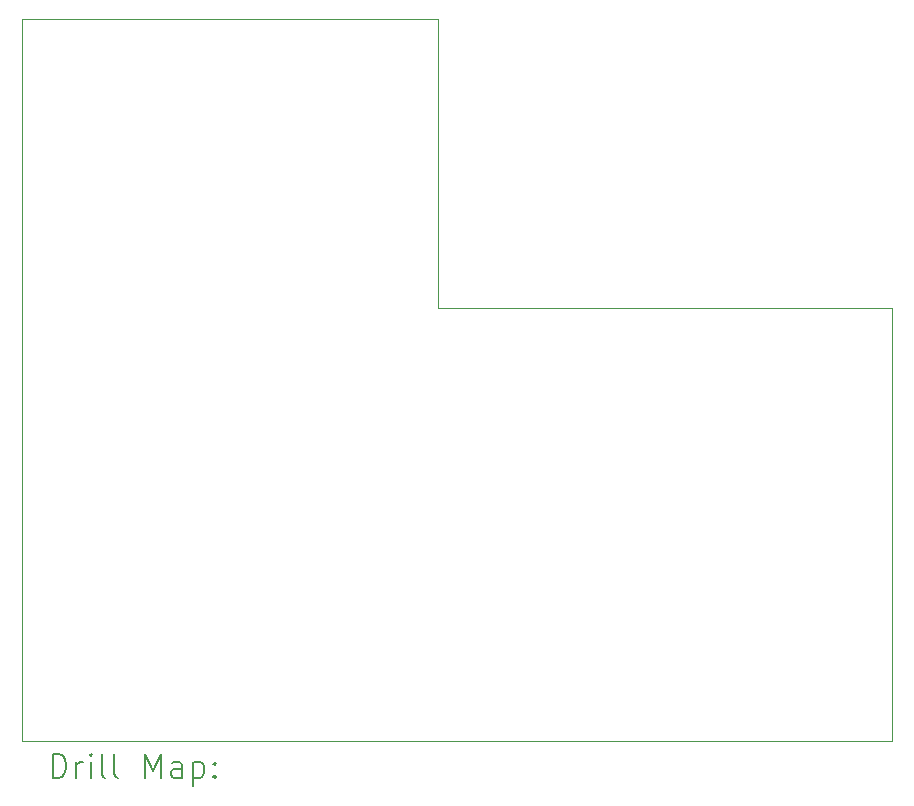
<source format=gbr>
%TF.GenerationSoftware,KiCad,Pcbnew,9.0.3*%
%TF.CreationDate,2026-01-26T00:42:01+02:00*%
%TF.ProjectId,SDCards,53444361-7264-4732-9e6b-696361645f70,rev?*%
%TF.SameCoordinates,Original*%
%TF.FileFunction,Drillmap*%
%TF.FilePolarity,Positive*%
%FSLAX45Y45*%
G04 Gerber Fmt 4.5, Leading zero omitted, Abs format (unit mm)*
G04 Created by KiCad (PCBNEW 9.0.3) date 2026-01-26 00:42:01*
%MOMM*%
%LPD*%
G01*
G04 APERTURE LIST*
%ADD10C,0.050000*%
%ADD11C,0.200000*%
G04 APERTURE END LIST*
D10*
X6950000Y-12510000D02*
X14319000Y-12510000D01*
X6950000Y-6400000D02*
X6950000Y-12510000D01*
X6950000Y-6400000D02*
X10469000Y-6400000D01*
X14319000Y-8843000D02*
X14319000Y-12510000D01*
X10470000Y-8843000D02*
X14319000Y-8843000D01*
X10469000Y-6400000D02*
X10470000Y-8843000D01*
D11*
X7208277Y-12823984D02*
X7208277Y-12623984D01*
X7208277Y-12623984D02*
X7255896Y-12623984D01*
X7255896Y-12623984D02*
X7284467Y-12633508D01*
X7284467Y-12633508D02*
X7303515Y-12652555D01*
X7303515Y-12652555D02*
X7313039Y-12671603D01*
X7313039Y-12671603D02*
X7322562Y-12709698D01*
X7322562Y-12709698D02*
X7322562Y-12738269D01*
X7322562Y-12738269D02*
X7313039Y-12776365D01*
X7313039Y-12776365D02*
X7303515Y-12795412D01*
X7303515Y-12795412D02*
X7284467Y-12814460D01*
X7284467Y-12814460D02*
X7255896Y-12823984D01*
X7255896Y-12823984D02*
X7208277Y-12823984D01*
X7408277Y-12823984D02*
X7408277Y-12690650D01*
X7408277Y-12728746D02*
X7417801Y-12709698D01*
X7417801Y-12709698D02*
X7427324Y-12700174D01*
X7427324Y-12700174D02*
X7446372Y-12690650D01*
X7446372Y-12690650D02*
X7465420Y-12690650D01*
X7532086Y-12823984D02*
X7532086Y-12690650D01*
X7532086Y-12623984D02*
X7522562Y-12633508D01*
X7522562Y-12633508D02*
X7532086Y-12643031D01*
X7532086Y-12643031D02*
X7541610Y-12633508D01*
X7541610Y-12633508D02*
X7532086Y-12623984D01*
X7532086Y-12623984D02*
X7532086Y-12643031D01*
X7655896Y-12823984D02*
X7636848Y-12814460D01*
X7636848Y-12814460D02*
X7627324Y-12795412D01*
X7627324Y-12795412D02*
X7627324Y-12623984D01*
X7760658Y-12823984D02*
X7741610Y-12814460D01*
X7741610Y-12814460D02*
X7732086Y-12795412D01*
X7732086Y-12795412D02*
X7732086Y-12623984D01*
X7989229Y-12823984D02*
X7989229Y-12623984D01*
X7989229Y-12623984D02*
X8055896Y-12766841D01*
X8055896Y-12766841D02*
X8122562Y-12623984D01*
X8122562Y-12623984D02*
X8122562Y-12823984D01*
X8303515Y-12823984D02*
X8303515Y-12719222D01*
X8303515Y-12719222D02*
X8293991Y-12700174D01*
X8293991Y-12700174D02*
X8274943Y-12690650D01*
X8274943Y-12690650D02*
X8236848Y-12690650D01*
X8236848Y-12690650D02*
X8217801Y-12700174D01*
X8303515Y-12814460D02*
X8284467Y-12823984D01*
X8284467Y-12823984D02*
X8236848Y-12823984D01*
X8236848Y-12823984D02*
X8217801Y-12814460D01*
X8217801Y-12814460D02*
X8208277Y-12795412D01*
X8208277Y-12795412D02*
X8208277Y-12776365D01*
X8208277Y-12776365D02*
X8217801Y-12757317D01*
X8217801Y-12757317D02*
X8236848Y-12747793D01*
X8236848Y-12747793D02*
X8284467Y-12747793D01*
X8284467Y-12747793D02*
X8303515Y-12738269D01*
X8398753Y-12690650D02*
X8398753Y-12890650D01*
X8398753Y-12700174D02*
X8417801Y-12690650D01*
X8417801Y-12690650D02*
X8455896Y-12690650D01*
X8455896Y-12690650D02*
X8474944Y-12700174D01*
X8474944Y-12700174D02*
X8484467Y-12709698D01*
X8484467Y-12709698D02*
X8493991Y-12728746D01*
X8493991Y-12728746D02*
X8493991Y-12785888D01*
X8493991Y-12785888D02*
X8484467Y-12804936D01*
X8484467Y-12804936D02*
X8474944Y-12814460D01*
X8474944Y-12814460D02*
X8455896Y-12823984D01*
X8455896Y-12823984D02*
X8417801Y-12823984D01*
X8417801Y-12823984D02*
X8398753Y-12814460D01*
X8579705Y-12804936D02*
X8589229Y-12814460D01*
X8589229Y-12814460D02*
X8579705Y-12823984D01*
X8579705Y-12823984D02*
X8570182Y-12814460D01*
X8570182Y-12814460D02*
X8579705Y-12804936D01*
X8579705Y-12804936D02*
X8579705Y-12823984D01*
X8579705Y-12700174D02*
X8589229Y-12709698D01*
X8589229Y-12709698D02*
X8579705Y-12719222D01*
X8579705Y-12719222D02*
X8570182Y-12709698D01*
X8570182Y-12709698D02*
X8579705Y-12700174D01*
X8579705Y-12700174D02*
X8579705Y-12719222D01*
M02*

</source>
